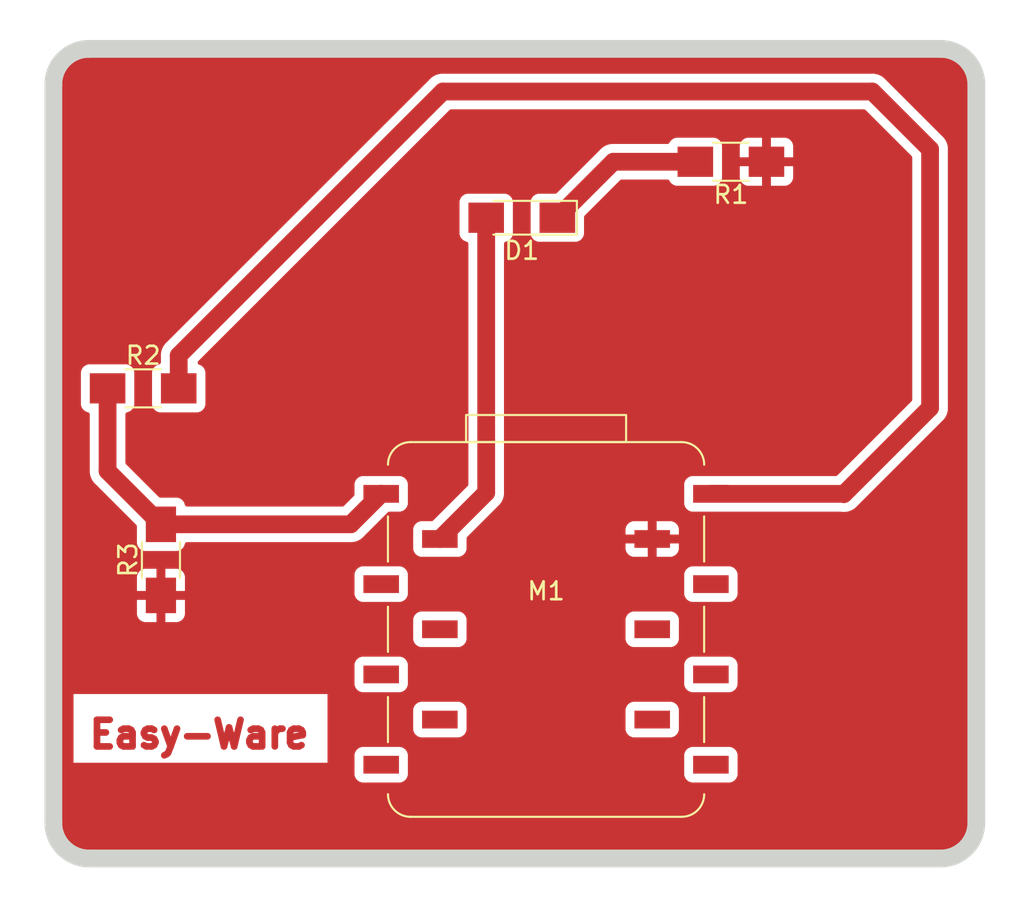
<source format=kicad_pcb>
(kicad_pcb (version 20221018) (generator pcbnew)
  (layers (0 "F.Cu" signal) (31 "B.Cu" signal) (34 "B.Paste" user) (35 "F.Paste" user) (36 "B.SilkS" user "B.Silkscreen") (37 "F.SilkS" user "F.Silkscreen") (38 "B.Mask" user) (39 "F.Mask" user) (44 "Edge.Cuts" user))
  (net 0 "")
  (net 1 "/D1")
  (net 2 "Net-(D1-K)")
  (net 3 "/D0")
  (net 4 "/D2")
  (net 5 "/D3")
  (net 6 "/D4")
  (net 7 "/D5")
  (net 8 "/D6")
  (net 9 "/D7")
  (net 10 "/D8")
  (net 11 "/D9")
  (net 12 "/D10")
  (net 13 "PWR_3V3")
  (net 14 "PWR_GND")
  (net 15 "PWR_5V")
  (footprint "fab:SeedStudio_XIAO_SocketSMD" (layer "F.Cu") (at 147.505 52.455)
    (fp_text reference "M1" (at 0.0025 -2.149 unlocked) (layer "F.SilkS"))
    (fp_text value "Module_XIAO-RP2040_SocketSMD")
    (fp_line (start -8.89 -6.35) (end -8.89 -3.81) (stroke (width 0.12)) (layer "F.SilkS"))
    (fp_line (start -8.89 -1.27) (end -8.89 1.27) (stroke (width 0.12)) (layer "F.SilkS"))
    (fp_line (start -8.89 3.81) (end -8.89 6.35) (stroke (width 0.12)) (layer "F.SilkS"))
    (fp_line (start -7.6175 -10.531) (end 7.6225 -10.531) (stroke (width 0.12)) (layer "F.SilkS"))
    (fp_line (start 7.6225 10.551) (end -7.6175 10.551) (stroke (width 0.12)) (layer "F.SilkS"))
    (fp_line (start 8.89 -6.35) (end 8.89 -3.81) (stroke (width 0.12)) (layer "F.SilkS"))
    (fp_line (start 8.89 -1.27) (end 8.89 1.27) (stroke (width 0.12)) (layer "F.SilkS"))
    (fp_line (start 8.89 3.81) (end 8.89 6.35) (stroke (width 0.12)) (layer "F.SilkS"))
    (fp_rect (start -4.4975 -10.531) (end 4.5025 -12.055) (stroke (width 0.12)) (fill none) (layer "F.SilkS"))
    (fp_arc (start -8.8875 -9.261) (mid -8.515526 -10.159026) (end -7.6175 -10.531) (stroke (width 0.12)) (layer "F.SilkS"))
    (fp_arc (start -7.6175 10.551) (mid -8.515526 10.179026) (end -8.8875 9.281) (stroke (width 0.12)) (layer "F.SilkS"))
    (fp_arc (start 7.6225 -10.531) (mid 8.520526 -10.159026) (end 8.8925 -9.261) (stroke (width 0.12)) (layer "F.SilkS"))
    (fp_arc (start 8.8925 9.281) (mid 8.520526 10.179026) (end 7.6225 10.551) (stroke (width 0.12)) (layer "F.SilkS"))
    (pad "1" smd rect (at -9.27 -7.62) (size 2 1) (layers "F.Cu" "F.Paste" "F.Mask") (net 3 "/D0"))
    (pad "2" smd rect (at -5.97 -5.08) (size 2 1) (layers "F.Cu" "F.Paste" "F.Mask") (net 1 "/D1"))
    (pad "3" smd rect (at -9.27 -2.54) (size 2 1) (layers "F.Cu" "F.Paste" "F.Mask") (net 4 "/D2"))
    (pad "4" smd rect (at -5.97 0) (size 2 1) (layers "F.Cu" "F.Paste" "F.Mask") (net 5 "/D3"))
    (pad "5" smd rect (at -9.27 2.54) (size 2 1) (layers "F.Cu" "F.Paste" "F.Mask") (net 6 "/D4"))
    (pad "6" smd rect (at -5.97 5.08) (size 2 1) (layers "F.Cu" "F.Paste" "F.Mask") (net 7 "/D5"))
    (pad "7" smd rect (at -9.27 7.62) (size 2 1) (layers "F.Cu" "F.Paste" "F.Mask") (net 8 "/D6"))
    (pad "8" smd rect (at 9.27 7.62) (size 2 1) (layers "F.Cu" "F.Paste" "F.Mask") (net 9 "/D7"))
    (pad "9" smd rect (at 5.97 5.08) (size 2 1) (layers "F.Cu" "F.Paste" "F.Mask") (net 10 "/D8"))
    (pad "10" smd rect (at 9.27 2.54) (size 2 1) (layers "F.Cu" "F.Paste" "F.Mask") (net 11 "/D9"))
    (pad "11" smd rect (at 5.97 0) (size 2 1) (layers "F.Cu" "F.Paste" "F.Mask") (net 12 "/D10"))
    (pad "12" smd rect (at 9.27 -2.54) (size 2 1) (layers "F.Cu" "F.Paste" "F.Mask") (net 13 "PWR_3V3"))
    (pad "13" smd rect (at 5.97 -5.08) (size 2 1) (layers "F.Cu" "F.Paste" "F.Mask") (net 14 "PWR_GND"))
    (pad "14" smd rect (at 9.27 -7.62) (size 2 1) (layers "F.Cu" "F.Paste" "F.Mask") (net 15 "PWR_5V"))
  )
  (footprint "fab:R_1206" (layer "F.Cu") (at 124.85 38.9)
    (fp_text reference "R2" (at 0 -1.85) (layer "F.SilkS"))
    (fp_text value "R_Photo")
    (fp_line (start -1 -1.07) (end 1 -1.07) (stroke (width 0.12)) (layer "F.SilkS"))
    (fp_line (start 1 1.07) (end -1 1.07) (stroke (width 0.12)) (layer "F.SilkS"))
    (pad "1" smd rect (at -2 0) (size 2 1.7) (layers "F.Cu" "F.Paste" "F.Mask") (net 3 "/D0"))
    (pad "2" smd rect (at 2 0) (size 2 1.7) (layers "F.Cu" "F.Paste" "F.Mask") (net 15 "PWR_5V"))
  )
  (footprint "fab:R_1206" (layer "F.Cu") (at 157.9 26.15 180)
    (fp_text reference "R1" (at 0 -1.85) (layer "F.SilkS"))
    (fp_text value "R_1206")
    (fp_line (start -1 -1.07) (end 1 -1.07) (stroke (width 0.12)) (layer "F.SilkS"))
    (fp_line (start 1 1.07) (end -1 1.07) (stroke (width 0.12)) (layer "F.SilkS"))
    (pad "1" smd rect (at -2 0 180) (size 2 1.7) (layers "F.Cu" "F.Paste" "F.Mask") (net 14 "PWR_GND"))
    (pad "2" smd rect (at 2 0 180) (size 2 1.7) (layers "F.Cu" "F.Paste" "F.Mask") (net 2 "Net-(D1-K)"))
  )
  (footprint "fab:LED_1206" (layer "F.Cu") (at 146.14 29.3 180)
    (fp_text reference "D1" (at 0 -1.85) (layer "F.SilkS"))
    (fp_text value "LED_1206")
    (fp_line (start -3.1 -0.95) (end -3.1 0.95) (stroke (width 0.12)) (layer "F.SilkS"))
    (fp_line (start -3.1 -0.95) (end 1.6 -0.95) (stroke (width 0.12)) (layer "F.SilkS"))
    (fp_line (start -3.1 0.95) (end 1.6 0.95) (stroke (width 0.12)) (layer "F.SilkS"))
    (pad "1" smd rect (at -2 0 180) (size 2 1.7) (layers "F.Cu" "F.Paste" "F.Mask") (net 2 "Net-(D1-K)"))
    (pad "2" smd rect (at 2 0 180) (size 2 1.7) (layers "F.Cu" "F.Paste" "F.Mask") (net 1 "/D1"))
  )
  (footprint "fab:R_1206" (layer "F.Cu") (at 125.85 48.55 90)
    (fp_text reference "R3" (at 0 -1.85 90) (layer "F.SilkS"))
    (fp_text value "R_1206")
    (fp_line (start -1 -1.07) (end 1 -1.07) (stroke (width 0.12)) (layer "F.SilkS"))
    (fp_line (start 1 1.07) (end -1 1.07) (stroke (width 0.12)) (layer "F.SilkS"))
    (pad "1" smd rect (at -2 0 90) (size 2 1.7) (layers "F.Cu" "F.Paste" "F.Mask") (net 14 "PWR_GND"))
    (pad "2" smd rect (at 2 0 90) (size 2 1.7) (layers "F.Cu" "F.Paste" "F.Mask") (net 3 "/D0"))
  )
  (gr_line (start 119.8 63.35) (end 119.8 21.8) (stroke (width 1)) (layer "Edge.Cuts"))
  (gr_arc (start 121.8 65.35) (mid 120.385786 64.764214) (end 119.8 63.35) (stroke (width 1)) (layer "Edge.Cuts"))
  (gr_line (start 121.8 19.8) (end 169.7 19.8) (stroke (width 1)) (layer "Edge.Cuts"))
  (gr_line (start 169.7 65.35) (end 121.8 65.35) (stroke (width 1)) (layer "Edge.Cuts"))
  (gr_arc (start 119.8 21.8) (mid 120.385786 20.385786) (end 121.8 19.8) (stroke (width 1)) (layer "Edge.Cuts"))
  (gr_arc (start 171.7 63.35) (mid 171.114214 64.764214) (end 169.7 65.35) (stroke (width 1)) (layer "Edge.Cuts"))
  (gr_line (start 171.7 21.8) (end 171.7 63.35) (stroke (width 1)) (layer "Edge.Cuts"))
  (gr_arc (start 169.7 19.8) (mid 171.114214 20.385786) (end 171.7 21.8) (stroke (width 1)) (layer "Edge.Cuts"))
  (gr_text "Easy-Ware" (at 121.65 59.25) (layer "F.Cu") (effects (font (size 1.5 1.5) (thickness 0.375) bold) (justify left bottom)))
  (segment (start 144.14 44.77) (end 141.535 47.375) (width 1) (layer "F.Cu") (net 1))
  (segment (start 144.14 29.3) (end 144.14 44.77) (width 1) (layer "F.Cu") (net 1))
  (segment (start 151.29 26.15) (end 148.14 29.3) (width 1) (layer "F.Cu") (net 2))
  (segment (start 155.9 26.15) (end 151.29 26.15) (width 1) (layer "F.Cu") (net 2))
  (segment (start 122.85 38.9) (end 122.85 43.55) (width 1) (layer "F.Cu") (net 3))
  (segment (start 122.85 43.55) (end 125.85 46.55) (width 1) (layer "F.Cu") (net 3))
  (segment (start 125.85 46.55) (end 136.52 46.55) (width 1) (layer "F.Cu") (net 3))
  (segment (start 136.52 46.55) (end 138.235 44.835) (width 1) (layer "F.Cu") (net 3))
  (segment (start 126.85 37.05) (end 141.7 22.2) (width 1) (layer "F.Cu") (net 15))
  (segment (start 164.235 44.835) (end 156.775 44.835) (width 1) (layer "F.Cu") (net 15))
  (segment (start 165.85 22.2) (end 169.1 25.45) (width 1) (layer "F.Cu") (net 15))
  (segment (start 126.85 38.9) (end 126.85 37.05) (width 1) (layer "F.Cu") (net 15))
  (segment (start 164.25 44.85) (end 164.235 44.835) (width 1) (layer "F.Cu") (net 15))
  (segment (start 169.1 40) (end 164.25 44.85) (width 1) (layer "F.Cu") (net 15))
  (segment (start 141.7 22.2) (end 165.85 22.2) (width 1) (layer "F.Cu") (net 15))
  (segment (start 169.1 25.45) (end 169.1 40) (width 1) (layer "F.Cu") (net 15))
  (zone (net 14) (net_name "PWR_GND") (layer "F.Cu") (connect_pads (clearance 0.5)) (min_thickness 0.25) (fill yes (thermal_gap 0.5) (thermal_bridge_width 0.5))
    (polygon (pts (xy 118.55 17.7) (xy 174.4 17.05) (xy 173.35 69.05) (xy 116.8 67.9)))
  )
)
</source>
